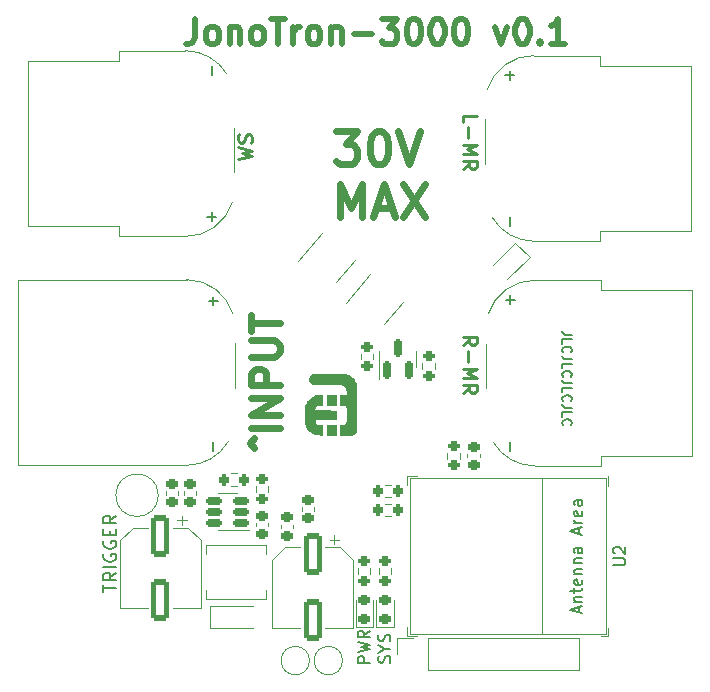
<source format=gbr>
%TF.GenerationSoftware,KiCad,Pcbnew,7.0.7*%
%TF.CreationDate,2023-09-08T10:51:00+10:00*%
%TF.ProjectId,JonoBro,4a6f6e6f-4272-46f2-9e6b-696361645f70,rev?*%
%TF.SameCoordinates,Original*%
%TF.FileFunction,Legend,Top*%
%TF.FilePolarity,Positive*%
%FSLAX46Y46*%
G04 Gerber Fmt 4.6, Leading zero omitted, Abs format (unit mm)*
G04 Created by KiCad (PCBNEW 7.0.7) date 2023-09-08 10:51:00*
%MOMM*%
%LPD*%
G01*
G04 APERTURE LIST*
G04 Aperture macros list*
%AMRoundRect*
0 Rectangle with rounded corners*
0 $1 Rounding radius*
0 $2 $3 $4 $5 $6 $7 $8 $9 X,Y pos of 4 corners*
0 Add a 4 corners polygon primitive as box body*
4,1,4,$2,$3,$4,$5,$6,$7,$8,$9,$2,$3,0*
0 Add four circle primitives for the rounded corners*
1,1,$1+$1,$2,$3*
1,1,$1+$1,$4,$5*
1,1,$1+$1,$6,$7*
1,1,$1+$1,$8,$9*
0 Add four rect primitives between the rounded corners*
20,1,$1+$1,$2,$3,$4,$5,0*
20,1,$1+$1,$4,$5,$6,$7,0*
20,1,$1+$1,$6,$7,$8,$9,0*
20,1,$1+$1,$8,$9,$2,$3,0*%
%AMRotRect*
0 Rectangle, with rotation*
0 The origin of the aperture is its center*
0 $1 length*
0 $2 width*
0 $3 Rotation angle, in degrees counterclockwise*
0 Add horizontal line*
21,1,$1,$2,0,0,$3*%
%AMFreePoly0*
4,1,17,1.371000,0.720000,0.950000,0.720000,0.950000,0.580000,1.370000,0.580000,1.370000,0.080000,0.950000,0.080000,0.950000,-0.080000,1.370000,-0.080000,1.370000,-0.580000,0.950000,-0.580000,0.950000,-0.720000,1.370000,-0.720000,1.370000,-1.225000,-0.950000,-1.225000,-0.950000,1.225001,1.371000,1.225000,1.371000,0.720000,1.371000,0.720000,$1*%
%AMFreePoly1*
4,1,6,0.725000,-0.725000,-0.725000,-0.725000,-0.725000,0.125000,-0.125000,0.725000,0.725000,0.725000,0.725000,-0.725000,0.725000,-0.725000,$1*%
G04 Aperture macros list end*
%ADD10C,0.150000*%
%ADD11C,0.250000*%
%ADD12C,0.525000*%
%ADD13C,0.600000*%
%ADD14C,0.165000*%
%ADD15C,0.120000*%
%ADD16C,1.500000*%
%ADD17RoundRect,0.200000X0.275000X-0.200000X0.275000X0.200000X-0.275000X0.200000X-0.275000X-0.200000X0*%
%ADD18RoundRect,0.225000X0.250000X-0.225000X0.250000X0.225000X-0.250000X0.225000X-0.250000X-0.225000X0*%
%ADD19C,2.500000*%
%ADD20RoundRect,0.218750X0.256250X-0.218750X0.256250X0.218750X-0.256250X0.218750X-0.256250X-0.218750X0*%
%ADD21R,1.700000X1.700000*%
%ADD22O,1.700000X1.700000*%
%ADD23RoundRect,0.200000X-0.275000X0.200000X-0.275000X-0.200000X0.275000X-0.200000X0.275000X0.200000X0*%
%ADD24RoundRect,0.200000X-0.200000X-0.275000X0.200000X-0.275000X0.200000X0.275000X-0.200000X0.275000X0*%
%ADD25RoundRect,0.250000X-0.550000X1.500000X-0.550000X-1.500000X0.550000X-1.500000X0.550000X1.500000X0*%
%ADD26C,2.800000*%
%ADD27R,1.200000X1.200000*%
%ADD28R,2.000000X0.900000*%
%ADD29R,4.100000X4.100000*%
%ADD30C,4.100000*%
%ADD31RotRect,0.630000X0.500000X50.000000*%
%ADD32FreePoly0,50.000000*%
%ADD33RoundRect,0.112500X0.053033X0.212132X-0.212132X-0.053033X-0.053033X-0.212132X0.212132X0.053033X0*%
%ADD34R,0.700000X0.700000*%
%ADD35R,1.450000X1.450000*%
%ADD36FreePoly1,270.000000*%
%ADD37R,0.800000X0.400000*%
%ADD38R,0.400000X0.800000*%
%ADD39RoundRect,0.200000X0.200000X0.275000X-0.200000X0.275000X-0.200000X-0.275000X0.200000X-0.275000X0*%
%ADD40RoundRect,0.225000X-0.250000X0.225000X-0.250000X-0.225000X0.250000X-0.225000X0.250000X0.225000X0*%
%ADD41RoundRect,0.150000X0.150000X-0.587500X0.150000X0.587500X-0.150000X0.587500X-0.150000X-0.587500X0*%
%ADD42RoundRect,0.150000X0.512500X0.150000X-0.512500X0.150000X-0.512500X-0.150000X0.512500X-0.150000X0*%
%ADD43R,1.500000X2.500000*%
%ADD44C,2.000000*%
G04 APERTURE END LIST*
D10*
X158405704Y-91017731D02*
X157834276Y-91017731D01*
X157834276Y-91017731D02*
X157719990Y-90979636D01*
X157719990Y-90979636D02*
X157643800Y-90903445D01*
X157643800Y-90903445D02*
X157605704Y-90789160D01*
X157605704Y-90789160D02*
X157605704Y-90712969D01*
X157605704Y-91779636D02*
X157605704Y-91398684D01*
X157605704Y-91398684D02*
X158405704Y-91398684D01*
X157681895Y-92503446D02*
X157643800Y-92465350D01*
X157643800Y-92465350D02*
X157605704Y-92351065D01*
X157605704Y-92351065D02*
X157605704Y-92274874D01*
X157605704Y-92274874D02*
X157643800Y-92160588D01*
X157643800Y-92160588D02*
X157719990Y-92084398D01*
X157719990Y-92084398D02*
X157796180Y-92046303D01*
X157796180Y-92046303D02*
X157948561Y-92008207D01*
X157948561Y-92008207D02*
X158062847Y-92008207D01*
X158062847Y-92008207D02*
X158215228Y-92046303D01*
X158215228Y-92046303D02*
X158291419Y-92084398D01*
X158291419Y-92084398D02*
X158367609Y-92160588D01*
X158367609Y-92160588D02*
X158405704Y-92274874D01*
X158405704Y-92274874D02*
X158405704Y-92351065D01*
X158405704Y-92351065D02*
X158367609Y-92465350D01*
X158367609Y-92465350D02*
X158329514Y-92503446D01*
X158405704Y-93074874D02*
X157834276Y-93074874D01*
X157834276Y-93074874D02*
X157719990Y-93036779D01*
X157719990Y-93036779D02*
X157643800Y-92960588D01*
X157643800Y-92960588D02*
X157605704Y-92846303D01*
X157605704Y-92846303D02*
X157605704Y-92770112D01*
X157605704Y-93836779D02*
X157605704Y-93455827D01*
X157605704Y-93455827D02*
X158405704Y-93455827D01*
X157681895Y-94560589D02*
X157643800Y-94522493D01*
X157643800Y-94522493D02*
X157605704Y-94408208D01*
X157605704Y-94408208D02*
X157605704Y-94332017D01*
X157605704Y-94332017D02*
X157643800Y-94217731D01*
X157643800Y-94217731D02*
X157719990Y-94141541D01*
X157719990Y-94141541D02*
X157796180Y-94103446D01*
X157796180Y-94103446D02*
X157948561Y-94065350D01*
X157948561Y-94065350D02*
X158062847Y-94065350D01*
X158062847Y-94065350D02*
X158215228Y-94103446D01*
X158215228Y-94103446D02*
X158291419Y-94141541D01*
X158291419Y-94141541D02*
X158367609Y-94217731D01*
X158367609Y-94217731D02*
X158405704Y-94332017D01*
X158405704Y-94332017D02*
X158405704Y-94408208D01*
X158405704Y-94408208D02*
X158367609Y-94522493D01*
X158367609Y-94522493D02*
X158329514Y-94560589D01*
X158405704Y-95132017D02*
X157834276Y-95132017D01*
X157834276Y-95132017D02*
X157719990Y-95093922D01*
X157719990Y-95093922D02*
X157643800Y-95017731D01*
X157643800Y-95017731D02*
X157605704Y-94903446D01*
X157605704Y-94903446D02*
X157605704Y-94827255D01*
X157605704Y-95893922D02*
X157605704Y-95512970D01*
X157605704Y-95512970D02*
X158405704Y-95512970D01*
X157681895Y-96617732D02*
X157643800Y-96579636D01*
X157643800Y-96579636D02*
X157605704Y-96465351D01*
X157605704Y-96465351D02*
X157605704Y-96389160D01*
X157605704Y-96389160D02*
X157643800Y-96274874D01*
X157643800Y-96274874D02*
X157719990Y-96198684D01*
X157719990Y-96198684D02*
X157796180Y-96160589D01*
X157796180Y-96160589D02*
X157948561Y-96122493D01*
X157948561Y-96122493D02*
X158062847Y-96122493D01*
X158062847Y-96122493D02*
X158215228Y-96160589D01*
X158215228Y-96160589D02*
X158291419Y-96198684D01*
X158291419Y-96198684D02*
X158367609Y-96274874D01*
X158367609Y-96274874D02*
X158405704Y-96389160D01*
X158405704Y-96389160D02*
X158405704Y-96465351D01*
X158405704Y-96465351D02*
X158367609Y-96579636D01*
X158367609Y-96579636D02*
X158329514Y-96617732D01*
X158405704Y-97189160D02*
X157834276Y-97189160D01*
X157834276Y-97189160D02*
X157719990Y-97151065D01*
X157719990Y-97151065D02*
X157643800Y-97074874D01*
X157643800Y-97074874D02*
X157605704Y-96960589D01*
X157605704Y-96960589D02*
X157605704Y-96884398D01*
X157605704Y-97951065D02*
X157605704Y-97570113D01*
X157605704Y-97570113D02*
X158405704Y-97570113D01*
X157681895Y-98674875D02*
X157643800Y-98636779D01*
X157643800Y-98636779D02*
X157605704Y-98522494D01*
X157605704Y-98522494D02*
X157605704Y-98446303D01*
X157605704Y-98446303D02*
X157643800Y-98332017D01*
X157643800Y-98332017D02*
X157719990Y-98255827D01*
X157719990Y-98255827D02*
X157796180Y-98217732D01*
X157796180Y-98217732D02*
X157948561Y-98179636D01*
X157948561Y-98179636D02*
X158062847Y-98179636D01*
X158062847Y-98179636D02*
X158215228Y-98217732D01*
X158215228Y-98217732D02*
X158291419Y-98255827D01*
X158291419Y-98255827D02*
X158367609Y-98332017D01*
X158367609Y-98332017D02*
X158405704Y-98446303D01*
X158405704Y-98446303D02*
X158405704Y-98522494D01*
X158405704Y-98522494D02*
X158367609Y-98636779D01*
X158367609Y-98636779D02*
X158329514Y-98674875D01*
D11*
X130140142Y-76164098D02*
X131340142Y-75878384D01*
X131340142Y-75878384D02*
X130483000Y-75649812D01*
X130483000Y-75649812D02*
X131340142Y-75421241D01*
X131340142Y-75421241D02*
X130140142Y-75135527D01*
X131283000Y-74735526D02*
X131340142Y-74564098D01*
X131340142Y-74564098D02*
X131340142Y-74278383D01*
X131340142Y-74278383D02*
X131283000Y-74164098D01*
X131283000Y-74164098D02*
X131225857Y-74106955D01*
X131225857Y-74106955D02*
X131111571Y-74049812D01*
X131111571Y-74049812D02*
X130997285Y-74049812D01*
X130997285Y-74049812D02*
X130883000Y-74106955D01*
X130883000Y-74106955D02*
X130825857Y-74164098D01*
X130825857Y-74164098D02*
X130768714Y-74278383D01*
X130768714Y-74278383D02*
X130711571Y-74506955D01*
X130711571Y-74506955D02*
X130654428Y-74621240D01*
X130654428Y-74621240D02*
X130597285Y-74678383D01*
X130597285Y-74678383D02*
X130483000Y-74735526D01*
X130483000Y-74735526D02*
X130368714Y-74735526D01*
X130368714Y-74735526D02*
X130254428Y-74678383D01*
X130254428Y-74678383D02*
X130197285Y-74621240D01*
X130197285Y-74621240D02*
X130140142Y-74506955D01*
X130140142Y-74506955D02*
X130140142Y-74221240D01*
X130140142Y-74221240D02*
X130197285Y-74049812D01*
D12*
X126533747Y-64274122D02*
X126533747Y-65774122D01*
X126533747Y-65774122D02*
X126433747Y-66074122D01*
X126433747Y-66074122D02*
X126233747Y-66274122D01*
X126233747Y-66274122D02*
X125933747Y-66374122D01*
X125933747Y-66374122D02*
X125733747Y-66374122D01*
X127833747Y-66374122D02*
X127633747Y-66274122D01*
X127633747Y-66274122D02*
X127533747Y-66174122D01*
X127533747Y-66174122D02*
X127433747Y-65974122D01*
X127433747Y-65974122D02*
X127433747Y-65374122D01*
X127433747Y-65374122D02*
X127533747Y-65174122D01*
X127533747Y-65174122D02*
X127633747Y-65074122D01*
X127633747Y-65074122D02*
X127833747Y-64974122D01*
X127833747Y-64974122D02*
X128133747Y-64974122D01*
X128133747Y-64974122D02*
X128333747Y-65074122D01*
X128333747Y-65074122D02*
X128433747Y-65174122D01*
X128433747Y-65174122D02*
X128533747Y-65374122D01*
X128533747Y-65374122D02*
X128533747Y-65974122D01*
X128533747Y-65974122D02*
X128433747Y-66174122D01*
X128433747Y-66174122D02*
X128333747Y-66274122D01*
X128333747Y-66274122D02*
X128133747Y-66374122D01*
X128133747Y-66374122D02*
X127833747Y-66374122D01*
X129433747Y-64974122D02*
X129433747Y-66374122D01*
X129433747Y-65174122D02*
X129533747Y-65074122D01*
X129533747Y-65074122D02*
X129733747Y-64974122D01*
X129733747Y-64974122D02*
X130033747Y-64974122D01*
X130033747Y-64974122D02*
X130233747Y-65074122D01*
X130233747Y-65074122D02*
X130333747Y-65274122D01*
X130333747Y-65274122D02*
X130333747Y-66374122D01*
X131633747Y-66374122D02*
X131433747Y-66274122D01*
X131433747Y-66274122D02*
X131333747Y-66174122D01*
X131333747Y-66174122D02*
X131233747Y-65974122D01*
X131233747Y-65974122D02*
X131233747Y-65374122D01*
X131233747Y-65374122D02*
X131333747Y-65174122D01*
X131333747Y-65174122D02*
X131433747Y-65074122D01*
X131433747Y-65074122D02*
X131633747Y-64974122D01*
X131633747Y-64974122D02*
X131933747Y-64974122D01*
X131933747Y-64974122D02*
X132133747Y-65074122D01*
X132133747Y-65074122D02*
X132233747Y-65174122D01*
X132233747Y-65174122D02*
X132333747Y-65374122D01*
X132333747Y-65374122D02*
X132333747Y-65974122D01*
X132333747Y-65974122D02*
X132233747Y-66174122D01*
X132233747Y-66174122D02*
X132133747Y-66274122D01*
X132133747Y-66274122D02*
X131933747Y-66374122D01*
X131933747Y-66374122D02*
X131633747Y-66374122D01*
X132933747Y-64274122D02*
X134133747Y-64274122D01*
X133533747Y-66374122D02*
X133533747Y-64274122D01*
X134833747Y-66374122D02*
X134833747Y-64974122D01*
X134833747Y-65374122D02*
X134933747Y-65174122D01*
X134933747Y-65174122D02*
X135033747Y-65074122D01*
X135033747Y-65074122D02*
X135233747Y-64974122D01*
X135233747Y-64974122D02*
X135433747Y-64974122D01*
X136433747Y-66374122D02*
X136233747Y-66274122D01*
X136233747Y-66274122D02*
X136133747Y-66174122D01*
X136133747Y-66174122D02*
X136033747Y-65974122D01*
X136033747Y-65974122D02*
X136033747Y-65374122D01*
X136033747Y-65374122D02*
X136133747Y-65174122D01*
X136133747Y-65174122D02*
X136233747Y-65074122D01*
X136233747Y-65074122D02*
X136433747Y-64974122D01*
X136433747Y-64974122D02*
X136733747Y-64974122D01*
X136733747Y-64974122D02*
X136933747Y-65074122D01*
X136933747Y-65074122D02*
X137033747Y-65174122D01*
X137033747Y-65174122D02*
X137133747Y-65374122D01*
X137133747Y-65374122D02*
X137133747Y-65974122D01*
X137133747Y-65974122D02*
X137033747Y-66174122D01*
X137033747Y-66174122D02*
X136933747Y-66274122D01*
X136933747Y-66274122D02*
X136733747Y-66374122D01*
X136733747Y-66374122D02*
X136433747Y-66374122D01*
X138033747Y-64974122D02*
X138033747Y-66374122D01*
X138033747Y-65174122D02*
X138133747Y-65074122D01*
X138133747Y-65074122D02*
X138333747Y-64974122D01*
X138333747Y-64974122D02*
X138633747Y-64974122D01*
X138633747Y-64974122D02*
X138833747Y-65074122D01*
X138833747Y-65074122D02*
X138933747Y-65274122D01*
X138933747Y-65274122D02*
X138933747Y-66374122D01*
X139933747Y-65574122D02*
X141533747Y-65574122D01*
X142333747Y-64274122D02*
X143633747Y-64274122D01*
X143633747Y-64274122D02*
X142933747Y-65074122D01*
X142933747Y-65074122D02*
X143233747Y-65074122D01*
X143233747Y-65074122D02*
X143433747Y-65174122D01*
X143433747Y-65174122D02*
X143533747Y-65274122D01*
X143533747Y-65274122D02*
X143633747Y-65474122D01*
X143633747Y-65474122D02*
X143633747Y-65974122D01*
X143633747Y-65974122D02*
X143533747Y-66174122D01*
X143533747Y-66174122D02*
X143433747Y-66274122D01*
X143433747Y-66274122D02*
X143233747Y-66374122D01*
X143233747Y-66374122D02*
X142633747Y-66374122D01*
X142633747Y-66374122D02*
X142433747Y-66274122D01*
X142433747Y-66274122D02*
X142333747Y-66174122D01*
X144933747Y-64274122D02*
X145133747Y-64274122D01*
X145133747Y-64274122D02*
X145333747Y-64374122D01*
X145333747Y-64374122D02*
X145433747Y-64474122D01*
X145433747Y-64474122D02*
X145533747Y-64674122D01*
X145533747Y-64674122D02*
X145633747Y-65074122D01*
X145633747Y-65074122D02*
X145633747Y-65574122D01*
X145633747Y-65574122D02*
X145533747Y-65974122D01*
X145533747Y-65974122D02*
X145433747Y-66174122D01*
X145433747Y-66174122D02*
X145333747Y-66274122D01*
X145333747Y-66274122D02*
X145133747Y-66374122D01*
X145133747Y-66374122D02*
X144933747Y-66374122D01*
X144933747Y-66374122D02*
X144733747Y-66274122D01*
X144733747Y-66274122D02*
X144633747Y-66174122D01*
X144633747Y-66174122D02*
X144533747Y-65974122D01*
X144533747Y-65974122D02*
X144433747Y-65574122D01*
X144433747Y-65574122D02*
X144433747Y-65074122D01*
X144433747Y-65074122D02*
X144533747Y-64674122D01*
X144533747Y-64674122D02*
X144633747Y-64474122D01*
X144633747Y-64474122D02*
X144733747Y-64374122D01*
X144733747Y-64374122D02*
X144933747Y-64274122D01*
X146933747Y-64274122D02*
X147133747Y-64274122D01*
X147133747Y-64274122D02*
X147333747Y-64374122D01*
X147333747Y-64374122D02*
X147433747Y-64474122D01*
X147433747Y-64474122D02*
X147533747Y-64674122D01*
X147533747Y-64674122D02*
X147633747Y-65074122D01*
X147633747Y-65074122D02*
X147633747Y-65574122D01*
X147633747Y-65574122D02*
X147533747Y-65974122D01*
X147533747Y-65974122D02*
X147433747Y-66174122D01*
X147433747Y-66174122D02*
X147333747Y-66274122D01*
X147333747Y-66274122D02*
X147133747Y-66374122D01*
X147133747Y-66374122D02*
X146933747Y-66374122D01*
X146933747Y-66374122D02*
X146733747Y-66274122D01*
X146733747Y-66274122D02*
X146633747Y-66174122D01*
X146633747Y-66174122D02*
X146533747Y-65974122D01*
X146533747Y-65974122D02*
X146433747Y-65574122D01*
X146433747Y-65574122D02*
X146433747Y-65074122D01*
X146433747Y-65074122D02*
X146533747Y-64674122D01*
X146533747Y-64674122D02*
X146633747Y-64474122D01*
X146633747Y-64474122D02*
X146733747Y-64374122D01*
X146733747Y-64374122D02*
X146933747Y-64274122D01*
X148933747Y-64274122D02*
X149133747Y-64274122D01*
X149133747Y-64274122D02*
X149333747Y-64374122D01*
X149333747Y-64374122D02*
X149433747Y-64474122D01*
X149433747Y-64474122D02*
X149533747Y-64674122D01*
X149533747Y-64674122D02*
X149633747Y-65074122D01*
X149633747Y-65074122D02*
X149633747Y-65574122D01*
X149633747Y-65574122D02*
X149533747Y-65974122D01*
X149533747Y-65974122D02*
X149433747Y-66174122D01*
X149433747Y-66174122D02*
X149333747Y-66274122D01*
X149333747Y-66274122D02*
X149133747Y-66374122D01*
X149133747Y-66374122D02*
X148933747Y-66374122D01*
X148933747Y-66374122D02*
X148733747Y-66274122D01*
X148733747Y-66274122D02*
X148633747Y-66174122D01*
X148633747Y-66174122D02*
X148533747Y-65974122D01*
X148533747Y-65974122D02*
X148433747Y-65574122D01*
X148433747Y-65574122D02*
X148433747Y-65074122D01*
X148433747Y-65074122D02*
X148533747Y-64674122D01*
X148533747Y-64674122D02*
X148633747Y-64474122D01*
X148633747Y-64474122D02*
X148733747Y-64374122D01*
X148733747Y-64374122D02*
X148933747Y-64274122D01*
X151933747Y-64974122D02*
X152433747Y-66374122D01*
X152433747Y-66374122D02*
X152933747Y-64974122D01*
X154133747Y-64274122D02*
X154333747Y-64274122D01*
X154333747Y-64274122D02*
X154533747Y-64374122D01*
X154533747Y-64374122D02*
X154633747Y-64474122D01*
X154633747Y-64474122D02*
X154733747Y-64674122D01*
X154733747Y-64674122D02*
X154833747Y-65074122D01*
X154833747Y-65074122D02*
X154833747Y-65574122D01*
X154833747Y-65574122D02*
X154733747Y-65974122D01*
X154733747Y-65974122D02*
X154633747Y-66174122D01*
X154633747Y-66174122D02*
X154533747Y-66274122D01*
X154533747Y-66274122D02*
X154333747Y-66374122D01*
X154333747Y-66374122D02*
X154133747Y-66374122D01*
X154133747Y-66374122D02*
X153933747Y-66274122D01*
X153933747Y-66274122D02*
X153833747Y-66174122D01*
X153833747Y-66174122D02*
X153733747Y-65974122D01*
X153733747Y-65974122D02*
X153633747Y-65574122D01*
X153633747Y-65574122D02*
X153633747Y-65074122D01*
X153633747Y-65074122D02*
X153733747Y-64674122D01*
X153733747Y-64674122D02*
X153833747Y-64474122D01*
X153833747Y-64474122D02*
X153933747Y-64374122D01*
X153933747Y-64374122D02*
X154133747Y-64274122D01*
X155733747Y-66174122D02*
X155833747Y-66274122D01*
X155833747Y-66274122D02*
X155733747Y-66374122D01*
X155733747Y-66374122D02*
X155633747Y-66274122D01*
X155633747Y-66274122D02*
X155733747Y-66174122D01*
X155733747Y-66174122D02*
X155733747Y-66374122D01*
X157833747Y-66374122D02*
X156633747Y-66374122D01*
X157233747Y-66374122D02*
X157233747Y-64274122D01*
X157233747Y-64274122D02*
X157033747Y-64574122D01*
X157033747Y-64574122D02*
X156833747Y-64774122D01*
X156833747Y-64774122D02*
X156633747Y-64874122D01*
D10*
X141283987Y-118784299D02*
X140283987Y-118784299D01*
X140283987Y-118784299D02*
X140283987Y-118403347D01*
X140283987Y-118403347D02*
X140331606Y-118308109D01*
X140331606Y-118308109D02*
X140379225Y-118260490D01*
X140379225Y-118260490D02*
X140474463Y-118212871D01*
X140474463Y-118212871D02*
X140617320Y-118212871D01*
X140617320Y-118212871D02*
X140712558Y-118260490D01*
X140712558Y-118260490D02*
X140760177Y-118308109D01*
X140760177Y-118308109D02*
X140807796Y-118403347D01*
X140807796Y-118403347D02*
X140807796Y-118784299D01*
X140283987Y-117879537D02*
X141283987Y-117641442D01*
X141283987Y-117641442D02*
X140569701Y-117450966D01*
X140569701Y-117450966D02*
X141283987Y-117260490D01*
X141283987Y-117260490D02*
X140283987Y-117022395D01*
X141283987Y-116070014D02*
X140807796Y-116403347D01*
X141283987Y-116641442D02*
X140283987Y-116641442D01*
X140283987Y-116641442D02*
X140283987Y-116260490D01*
X140283987Y-116260490D02*
X140331606Y-116165252D01*
X140331606Y-116165252D02*
X140379225Y-116117633D01*
X140379225Y-116117633D02*
X140474463Y-116070014D01*
X140474463Y-116070014D02*
X140617320Y-116070014D01*
X140617320Y-116070014D02*
X140712558Y-116117633D01*
X140712558Y-116117633D02*
X140760177Y-116165252D01*
X140760177Y-116165252D02*
X140807796Y-116260490D01*
X140807796Y-116260490D02*
X140807796Y-116641442D01*
D11*
X149159857Y-73021615D02*
X149159857Y-72450187D01*
X149159857Y-72450187D02*
X150359857Y-72450187D01*
X149617000Y-73421616D02*
X149617000Y-74335902D01*
X149159857Y-74907330D02*
X150359857Y-74907330D01*
X150359857Y-74907330D02*
X149502714Y-75307330D01*
X149502714Y-75307330D02*
X150359857Y-75707330D01*
X150359857Y-75707330D02*
X149159857Y-75707330D01*
X149159857Y-76964473D02*
X149731285Y-76564473D01*
X149159857Y-76278759D02*
X150359857Y-76278759D01*
X150359857Y-76278759D02*
X150359857Y-76735902D01*
X150359857Y-76735902D02*
X150302714Y-76850187D01*
X150302714Y-76850187D02*
X150245571Y-76907330D01*
X150245571Y-76907330D02*
X150131285Y-76964473D01*
X150131285Y-76964473D02*
X149959857Y-76964473D01*
X149959857Y-76964473D02*
X149845571Y-76907330D01*
X149845571Y-76907330D02*
X149788428Y-76850187D01*
X149788428Y-76850187D02*
X149731285Y-76735902D01*
X149731285Y-76735902D02*
X149731285Y-76278759D01*
D13*
X138483089Y-73771864D02*
X140216422Y-73771864D01*
X140216422Y-73771864D02*
X139283089Y-74838531D01*
X139283089Y-74838531D02*
X139683089Y-74838531D01*
X139683089Y-74838531D02*
X139949755Y-74971864D01*
X139949755Y-74971864D02*
X140083089Y-75105197D01*
X140083089Y-75105197D02*
X140216422Y-75371864D01*
X140216422Y-75371864D02*
X140216422Y-76038531D01*
X140216422Y-76038531D02*
X140083089Y-76305197D01*
X140083089Y-76305197D02*
X139949755Y-76438531D01*
X139949755Y-76438531D02*
X139683089Y-76571864D01*
X139683089Y-76571864D02*
X138883089Y-76571864D01*
X138883089Y-76571864D02*
X138616422Y-76438531D01*
X138616422Y-76438531D02*
X138483089Y-76305197D01*
X141949756Y-73771864D02*
X142216422Y-73771864D01*
X142216422Y-73771864D02*
X142483089Y-73905197D01*
X142483089Y-73905197D02*
X142616422Y-74038531D01*
X142616422Y-74038531D02*
X142749756Y-74305197D01*
X142749756Y-74305197D02*
X142883089Y-74838531D01*
X142883089Y-74838531D02*
X142883089Y-75505197D01*
X142883089Y-75505197D02*
X142749756Y-76038531D01*
X142749756Y-76038531D02*
X142616422Y-76305197D01*
X142616422Y-76305197D02*
X142483089Y-76438531D01*
X142483089Y-76438531D02*
X142216422Y-76571864D01*
X142216422Y-76571864D02*
X141949756Y-76571864D01*
X141949756Y-76571864D02*
X141683089Y-76438531D01*
X141683089Y-76438531D02*
X141549756Y-76305197D01*
X141549756Y-76305197D02*
X141416422Y-76038531D01*
X141416422Y-76038531D02*
X141283089Y-75505197D01*
X141283089Y-75505197D02*
X141283089Y-74838531D01*
X141283089Y-74838531D02*
X141416422Y-74305197D01*
X141416422Y-74305197D02*
X141549756Y-74038531D01*
X141549756Y-74038531D02*
X141683089Y-73905197D01*
X141683089Y-73905197D02*
X141949756Y-73771864D01*
X143683089Y-73771864D02*
X144616423Y-76571864D01*
X144616423Y-76571864D02*
X145549756Y-73771864D01*
X138749755Y-81079864D02*
X138749755Y-78279864D01*
X138749755Y-78279864D02*
X139683089Y-80279864D01*
X139683089Y-80279864D02*
X140616422Y-78279864D01*
X140616422Y-78279864D02*
X140616422Y-81079864D01*
X141816422Y-80279864D02*
X143149755Y-80279864D01*
X141549755Y-81079864D02*
X142483089Y-78279864D01*
X142483089Y-78279864D02*
X143416422Y-81079864D01*
X144083089Y-78279864D02*
X145949755Y-81079864D01*
X145949755Y-78279864D02*
X144083089Y-81079864D01*
X131503657Y-100630423D02*
X131160800Y-100173280D01*
X131160800Y-100173280D02*
X131503657Y-99716137D01*
X133675085Y-98916137D02*
X131275085Y-98916137D01*
X133675085Y-97773280D02*
X131275085Y-97773280D01*
X131275085Y-97773280D02*
X133675085Y-96401851D01*
X133675085Y-96401851D02*
X131275085Y-96401851D01*
X133675085Y-95258994D02*
X131275085Y-95258994D01*
X131275085Y-95258994D02*
X131275085Y-94344708D01*
X131275085Y-94344708D02*
X131389371Y-94116137D01*
X131389371Y-94116137D02*
X131503657Y-94001851D01*
X131503657Y-94001851D02*
X131732228Y-93887565D01*
X131732228Y-93887565D02*
X132075085Y-93887565D01*
X132075085Y-93887565D02*
X132303657Y-94001851D01*
X132303657Y-94001851D02*
X132417942Y-94116137D01*
X132417942Y-94116137D02*
X132532228Y-94344708D01*
X132532228Y-94344708D02*
X132532228Y-95258994D01*
X131275085Y-92858994D02*
X133217942Y-92858994D01*
X133217942Y-92858994D02*
X133446514Y-92744708D01*
X133446514Y-92744708D02*
X133560800Y-92630423D01*
X133560800Y-92630423D02*
X133675085Y-92401851D01*
X133675085Y-92401851D02*
X133675085Y-91944708D01*
X133675085Y-91944708D02*
X133560800Y-91716137D01*
X133560800Y-91716137D02*
X133446514Y-91601851D01*
X133446514Y-91601851D02*
X133217942Y-91487565D01*
X133217942Y-91487565D02*
X131275085Y-91487565D01*
X131275085Y-90687565D02*
X131275085Y-89316137D01*
X133675085Y-90001851D02*
X131275085Y-90001851D01*
D14*
X118756800Y-112786686D02*
X118756800Y-112158114D01*
X119856800Y-112472400D02*
X118756800Y-112472400D01*
X119856800Y-111162876D02*
X119332991Y-111529543D01*
X119856800Y-111791448D02*
X118756800Y-111791448D01*
X118756800Y-111791448D02*
X118756800Y-111372400D01*
X118756800Y-111372400D02*
X118809181Y-111267638D01*
X118809181Y-111267638D02*
X118861562Y-111215257D01*
X118861562Y-111215257D02*
X118966324Y-111162876D01*
X118966324Y-111162876D02*
X119123467Y-111162876D01*
X119123467Y-111162876D02*
X119228229Y-111215257D01*
X119228229Y-111215257D02*
X119280610Y-111267638D01*
X119280610Y-111267638D02*
X119332991Y-111372400D01*
X119332991Y-111372400D02*
X119332991Y-111791448D01*
X119856800Y-110691448D02*
X118756800Y-110691448D01*
X118809181Y-109591447D02*
X118756800Y-109696209D01*
X118756800Y-109696209D02*
X118756800Y-109853352D01*
X118756800Y-109853352D02*
X118809181Y-110010495D01*
X118809181Y-110010495D02*
X118913943Y-110115257D01*
X118913943Y-110115257D02*
X119018705Y-110167638D01*
X119018705Y-110167638D02*
X119228229Y-110220019D01*
X119228229Y-110220019D02*
X119385372Y-110220019D01*
X119385372Y-110220019D02*
X119594896Y-110167638D01*
X119594896Y-110167638D02*
X119699658Y-110115257D01*
X119699658Y-110115257D02*
X119804420Y-110010495D01*
X119804420Y-110010495D02*
X119856800Y-109853352D01*
X119856800Y-109853352D02*
X119856800Y-109748590D01*
X119856800Y-109748590D02*
X119804420Y-109591447D01*
X119804420Y-109591447D02*
X119752039Y-109539066D01*
X119752039Y-109539066D02*
X119385372Y-109539066D01*
X119385372Y-109539066D02*
X119385372Y-109748590D01*
X118809181Y-108491447D02*
X118756800Y-108596209D01*
X118756800Y-108596209D02*
X118756800Y-108753352D01*
X118756800Y-108753352D02*
X118809181Y-108910495D01*
X118809181Y-108910495D02*
X118913943Y-109015257D01*
X118913943Y-109015257D02*
X119018705Y-109067638D01*
X119018705Y-109067638D02*
X119228229Y-109120019D01*
X119228229Y-109120019D02*
X119385372Y-109120019D01*
X119385372Y-109120019D02*
X119594896Y-109067638D01*
X119594896Y-109067638D02*
X119699658Y-109015257D01*
X119699658Y-109015257D02*
X119804420Y-108910495D01*
X119804420Y-108910495D02*
X119856800Y-108753352D01*
X119856800Y-108753352D02*
X119856800Y-108648590D01*
X119856800Y-108648590D02*
X119804420Y-108491447D01*
X119804420Y-108491447D02*
X119752039Y-108439066D01*
X119752039Y-108439066D02*
X119385372Y-108439066D01*
X119385372Y-108439066D02*
X119385372Y-108648590D01*
X119280610Y-107967638D02*
X119280610Y-107600971D01*
X119856800Y-107443828D02*
X119856800Y-107967638D01*
X119856800Y-107967638D02*
X118756800Y-107967638D01*
X118756800Y-107967638D02*
X118756800Y-107443828D01*
X119856800Y-106343828D02*
X119332991Y-106710495D01*
X119856800Y-106972400D02*
X118756800Y-106972400D01*
X118756800Y-106972400D02*
X118756800Y-106553352D01*
X118756800Y-106553352D02*
X118809181Y-106448590D01*
X118809181Y-106448590D02*
X118861562Y-106396209D01*
X118861562Y-106396209D02*
X118966324Y-106343828D01*
X118966324Y-106343828D02*
X119123467Y-106343828D01*
X119123467Y-106343828D02*
X119228229Y-106396209D01*
X119228229Y-106396209D02*
X119280610Y-106448590D01*
X119280610Y-106448590D02*
X119332991Y-106553352D01*
X119332991Y-106553352D02*
X119332991Y-106972400D01*
D11*
X149159857Y-91889632D02*
X149731285Y-91489632D01*
X149159857Y-91203918D02*
X150359857Y-91203918D01*
X150359857Y-91203918D02*
X150359857Y-91661061D01*
X150359857Y-91661061D02*
X150302714Y-91775346D01*
X150302714Y-91775346D02*
X150245571Y-91832489D01*
X150245571Y-91832489D02*
X150131285Y-91889632D01*
X150131285Y-91889632D02*
X149959857Y-91889632D01*
X149959857Y-91889632D02*
X149845571Y-91832489D01*
X149845571Y-91832489D02*
X149788428Y-91775346D01*
X149788428Y-91775346D02*
X149731285Y-91661061D01*
X149731285Y-91661061D02*
X149731285Y-91203918D01*
X149617000Y-92403918D02*
X149617000Y-93318204D01*
X149159857Y-93889632D02*
X150359857Y-93889632D01*
X150359857Y-93889632D02*
X149502714Y-94289632D01*
X149502714Y-94289632D02*
X150359857Y-94689632D01*
X150359857Y-94689632D02*
X149159857Y-94689632D01*
X149159857Y-95946775D02*
X149731285Y-95546775D01*
X149159857Y-95261061D02*
X150359857Y-95261061D01*
X150359857Y-95261061D02*
X150359857Y-95718204D01*
X150359857Y-95718204D02*
X150302714Y-95832489D01*
X150302714Y-95832489D02*
X150245571Y-95889632D01*
X150245571Y-95889632D02*
X150131285Y-95946775D01*
X150131285Y-95946775D02*
X149959857Y-95946775D01*
X149959857Y-95946775D02*
X149845571Y-95889632D01*
X149845571Y-95889632D02*
X149788428Y-95832489D01*
X149788428Y-95832489D02*
X149731285Y-95718204D01*
X149731285Y-95718204D02*
X149731285Y-95261061D01*
D10*
X142991236Y-118771405D02*
X143038855Y-118628548D01*
X143038855Y-118628548D02*
X143038855Y-118390453D01*
X143038855Y-118390453D02*
X142991236Y-118295215D01*
X142991236Y-118295215D02*
X142943616Y-118247596D01*
X142943616Y-118247596D02*
X142848378Y-118199977D01*
X142848378Y-118199977D02*
X142753140Y-118199977D01*
X142753140Y-118199977D02*
X142657902Y-118247596D01*
X142657902Y-118247596D02*
X142610283Y-118295215D01*
X142610283Y-118295215D02*
X142562664Y-118390453D01*
X142562664Y-118390453D02*
X142515045Y-118580929D01*
X142515045Y-118580929D02*
X142467426Y-118676167D01*
X142467426Y-118676167D02*
X142419807Y-118723786D01*
X142419807Y-118723786D02*
X142324569Y-118771405D01*
X142324569Y-118771405D02*
X142229331Y-118771405D01*
X142229331Y-118771405D02*
X142134093Y-118723786D01*
X142134093Y-118723786D02*
X142086474Y-118676167D01*
X142086474Y-118676167D02*
X142038855Y-118580929D01*
X142038855Y-118580929D02*
X142038855Y-118342834D01*
X142038855Y-118342834D02*
X142086474Y-118199977D01*
X142562664Y-117580929D02*
X143038855Y-117580929D01*
X142038855Y-117914262D02*
X142562664Y-117580929D01*
X142562664Y-117580929D02*
X142038855Y-117247596D01*
X142991236Y-116961881D02*
X143038855Y-116819024D01*
X143038855Y-116819024D02*
X143038855Y-116580929D01*
X143038855Y-116580929D02*
X142991236Y-116485691D01*
X142991236Y-116485691D02*
X142943616Y-116438072D01*
X142943616Y-116438072D02*
X142848378Y-116390453D01*
X142848378Y-116390453D02*
X142753140Y-116390453D01*
X142753140Y-116390453D02*
X142657902Y-116438072D01*
X142657902Y-116438072D02*
X142610283Y-116485691D01*
X142610283Y-116485691D02*
X142562664Y-116580929D01*
X142562664Y-116580929D02*
X142515045Y-116771405D01*
X142515045Y-116771405D02*
X142467426Y-116866643D01*
X142467426Y-116866643D02*
X142419807Y-116914262D01*
X142419807Y-116914262D02*
X142324569Y-116961881D01*
X142324569Y-116961881D02*
X142229331Y-116961881D01*
X142229331Y-116961881D02*
X142134093Y-116914262D01*
X142134093Y-116914262D02*
X142086474Y-116866643D01*
X142086474Y-116866643D02*
X142038855Y-116771405D01*
X142038855Y-116771405D02*
X142038855Y-116533310D01*
X142038855Y-116533310D02*
X142086474Y-116390453D01*
X127923866Y-69002938D02*
X127923866Y-68241034D01*
X127923866Y-81402938D02*
X127923866Y-80641034D01*
X128304819Y-81021986D02*
X127542914Y-81021986D01*
X161937781Y-110511026D02*
X162747304Y-110511026D01*
X162747304Y-110511026D02*
X162842542Y-110463407D01*
X162842542Y-110463407D02*
X162890162Y-110415788D01*
X162890162Y-110415788D02*
X162937781Y-110320550D01*
X162937781Y-110320550D02*
X162937781Y-110130074D01*
X162937781Y-110130074D02*
X162890162Y-110034836D01*
X162890162Y-110034836D02*
X162842542Y-109987217D01*
X162842542Y-109987217D02*
X162747304Y-109939598D01*
X162747304Y-109939598D02*
X161937781Y-109939598D01*
X162033019Y-109511026D02*
X161985400Y-109463407D01*
X161985400Y-109463407D02*
X161937781Y-109368169D01*
X161937781Y-109368169D02*
X161937781Y-109130074D01*
X161937781Y-109130074D02*
X161985400Y-109034836D01*
X161985400Y-109034836D02*
X162033019Y-108987217D01*
X162033019Y-108987217D02*
X162128257Y-108939598D01*
X162128257Y-108939598D02*
X162223495Y-108939598D01*
X162223495Y-108939598D02*
X162366352Y-108987217D01*
X162366352Y-108987217D02*
X162937781Y-109558645D01*
X162937781Y-109558645D02*
X162937781Y-108939598D01*
X159002066Y-114511027D02*
X159002066Y-114034837D01*
X159287781Y-114606265D02*
X158287781Y-114272932D01*
X158287781Y-114272932D02*
X159287781Y-113939599D01*
X158621114Y-113606265D02*
X159287781Y-113606265D01*
X158716352Y-113606265D02*
X158668733Y-113558646D01*
X158668733Y-113558646D02*
X158621114Y-113463408D01*
X158621114Y-113463408D02*
X158621114Y-113320551D01*
X158621114Y-113320551D02*
X158668733Y-113225313D01*
X158668733Y-113225313D02*
X158763971Y-113177694D01*
X158763971Y-113177694D02*
X159287781Y-113177694D01*
X158621114Y-112844360D02*
X158621114Y-112463408D01*
X158287781Y-112701503D02*
X159144923Y-112701503D01*
X159144923Y-112701503D02*
X159240162Y-112653884D01*
X159240162Y-112653884D02*
X159287781Y-112558646D01*
X159287781Y-112558646D02*
X159287781Y-112463408D01*
X159240162Y-111749122D02*
X159287781Y-111844360D01*
X159287781Y-111844360D02*
X159287781Y-112034836D01*
X159287781Y-112034836D02*
X159240162Y-112130074D01*
X159240162Y-112130074D02*
X159144923Y-112177693D01*
X159144923Y-112177693D02*
X158763971Y-112177693D01*
X158763971Y-112177693D02*
X158668733Y-112130074D01*
X158668733Y-112130074D02*
X158621114Y-112034836D01*
X158621114Y-112034836D02*
X158621114Y-111844360D01*
X158621114Y-111844360D02*
X158668733Y-111749122D01*
X158668733Y-111749122D02*
X158763971Y-111701503D01*
X158763971Y-111701503D02*
X158859209Y-111701503D01*
X158859209Y-111701503D02*
X158954447Y-112177693D01*
X158621114Y-111272931D02*
X159287781Y-111272931D01*
X158716352Y-111272931D02*
X158668733Y-111225312D01*
X158668733Y-111225312D02*
X158621114Y-111130074D01*
X158621114Y-111130074D02*
X158621114Y-110987217D01*
X158621114Y-110987217D02*
X158668733Y-110891979D01*
X158668733Y-110891979D02*
X158763971Y-110844360D01*
X158763971Y-110844360D02*
X159287781Y-110844360D01*
X158621114Y-110368169D02*
X159287781Y-110368169D01*
X158716352Y-110368169D02*
X158668733Y-110320550D01*
X158668733Y-110320550D02*
X158621114Y-110225312D01*
X158621114Y-110225312D02*
X158621114Y-110082455D01*
X158621114Y-110082455D02*
X158668733Y-109987217D01*
X158668733Y-109987217D02*
X158763971Y-109939598D01*
X158763971Y-109939598D02*
X159287781Y-109939598D01*
X159287781Y-109034836D02*
X158763971Y-109034836D01*
X158763971Y-109034836D02*
X158668733Y-109082455D01*
X158668733Y-109082455D02*
X158621114Y-109177693D01*
X158621114Y-109177693D02*
X158621114Y-109368169D01*
X158621114Y-109368169D02*
X158668733Y-109463407D01*
X159240162Y-109034836D02*
X159287781Y-109130074D01*
X159287781Y-109130074D02*
X159287781Y-109368169D01*
X159287781Y-109368169D02*
X159240162Y-109463407D01*
X159240162Y-109463407D02*
X159144923Y-109511026D01*
X159144923Y-109511026D02*
X159049685Y-109511026D01*
X159049685Y-109511026D02*
X158954447Y-109463407D01*
X158954447Y-109463407D02*
X158906828Y-109368169D01*
X158906828Y-109368169D02*
X158906828Y-109130074D01*
X158906828Y-109130074D02*
X158859209Y-109034836D01*
X159002066Y-107844359D02*
X159002066Y-107368169D01*
X159287781Y-107939597D02*
X158287781Y-107606264D01*
X158287781Y-107606264D02*
X159287781Y-107272931D01*
X159287781Y-106939597D02*
X158621114Y-106939597D01*
X158811590Y-106939597D02*
X158716352Y-106891978D01*
X158716352Y-106891978D02*
X158668733Y-106844359D01*
X158668733Y-106844359D02*
X158621114Y-106749121D01*
X158621114Y-106749121D02*
X158621114Y-106653883D01*
X159240162Y-105939597D02*
X159287781Y-106034835D01*
X159287781Y-106034835D02*
X159287781Y-106225311D01*
X159287781Y-106225311D02*
X159240162Y-106320549D01*
X159240162Y-106320549D02*
X159144923Y-106368168D01*
X159144923Y-106368168D02*
X158763971Y-106368168D01*
X158763971Y-106368168D02*
X158668733Y-106320549D01*
X158668733Y-106320549D02*
X158621114Y-106225311D01*
X158621114Y-106225311D02*
X158621114Y-106034835D01*
X158621114Y-106034835D02*
X158668733Y-105939597D01*
X158668733Y-105939597D02*
X158763971Y-105891978D01*
X158763971Y-105891978D02*
X158859209Y-105891978D01*
X158859209Y-105891978D02*
X158954447Y-106368168D01*
X159287781Y-105034835D02*
X158763971Y-105034835D01*
X158763971Y-105034835D02*
X158668733Y-105082454D01*
X158668733Y-105082454D02*
X158621114Y-105177692D01*
X158621114Y-105177692D02*
X158621114Y-105368168D01*
X158621114Y-105368168D02*
X158668733Y-105463406D01*
X159240162Y-105034835D02*
X159287781Y-105130073D01*
X159287781Y-105130073D02*
X159287781Y-105368168D01*
X159287781Y-105368168D02*
X159240162Y-105463406D01*
X159240162Y-105463406D02*
X159144923Y-105511025D01*
X159144923Y-105511025D02*
X159049685Y-105511025D01*
X159049685Y-105511025D02*
X158954447Y-105463406D01*
X158954447Y-105463406D02*
X158906828Y-105368168D01*
X158906828Y-105368168D02*
X158906828Y-105130073D01*
X158906828Y-105130073D02*
X158859209Y-105034835D01*
X153212219Y-100834682D02*
X153212219Y-100072778D01*
X153212219Y-88434682D02*
X153212219Y-87672778D01*
X153593172Y-88053730D02*
X152831267Y-88053730D01*
X128054346Y-88541651D02*
X128054346Y-87779747D01*
X128435299Y-88160699D02*
X127673394Y-88160699D01*
X128054346Y-100814931D02*
X128054346Y-100053027D01*
X153136440Y-69409968D02*
X153136440Y-68648064D01*
X153517393Y-69029016D02*
X152755488Y-69029016D01*
X153136440Y-81809968D02*
X153136440Y-81048064D01*
%TO.C,G\u002A\u002A\u002A*%
G36*
X137342639Y-97010776D02*
G01*
X137139843Y-97010776D01*
X137050467Y-97011570D01*
X136979503Y-97014332D01*
X136923858Y-97019626D01*
X136880437Y-97028020D01*
X136846146Y-97040079D01*
X136817889Y-97056371D01*
X136796726Y-97073583D01*
X136760458Y-97113091D01*
X136735210Y-97157243D01*
X136719187Y-97210864D01*
X136710595Y-97278779D01*
X136708888Y-97309759D01*
X136704391Y-97420155D01*
X137597359Y-97422911D01*
X138490326Y-97425668D01*
X138490326Y-98223122D01*
X137601273Y-98228510D01*
X136712219Y-98233899D01*
X136712390Y-98341663D01*
X136713039Y-98393112D01*
X136715578Y-98429354D01*
X136721185Y-98456723D01*
X136731039Y-98481554D01*
X136742473Y-98503309D01*
X136786441Y-98561839D01*
X136843316Y-98603570D01*
X136911292Y-98627181D01*
X136912260Y-98627366D01*
X136942009Y-98630940D01*
X136988317Y-98634003D01*
X137046193Y-98636337D01*
X137110645Y-98637724D01*
X137155522Y-98638014D01*
X137342639Y-98638014D01*
X137342639Y-99095375D01*
X137342455Y-99192468D01*
X137341928Y-99282689D01*
X137341098Y-99363804D01*
X137340005Y-99433574D01*
X137338687Y-99489762D01*
X137337184Y-99530131D01*
X137335535Y-99552444D01*
X137334556Y-99556222D01*
X137321579Y-99556998D01*
X137290833Y-99556922D01*
X137246084Y-99556061D01*
X137191097Y-99554479D01*
X137148663Y-99552983D01*
X136976139Y-99539442D01*
X136818157Y-99511733D01*
X136672097Y-99468729D01*
X136535344Y-99409306D01*
X136405279Y-99332336D01*
X136279286Y-99236695D01*
X136162148Y-99128685D01*
X136087083Y-99050114D01*
X136026433Y-98977833D01*
X135976373Y-98906648D01*
X135933080Y-98831364D01*
X135911978Y-98788884D01*
X135886785Y-98733521D01*
X135866650Y-98682837D01*
X135849809Y-98631084D01*
X135834498Y-98572517D01*
X135818954Y-98501386D01*
X135810028Y-98456676D01*
X135804453Y-98427372D01*
X135799791Y-98399994D01*
X135795960Y-98372343D01*
X135792878Y-98342222D01*
X135790464Y-98307431D01*
X135788637Y-98265772D01*
X135787316Y-98215048D01*
X135786419Y-98153060D01*
X135785866Y-98077609D01*
X135785573Y-97986497D01*
X135785462Y-97877527D01*
X135785447Y-97792066D01*
X135785447Y-97253245D01*
X135816141Y-97119577D01*
X135852102Y-96987830D01*
X135897089Y-96871103D01*
X135953985Y-96763758D01*
X136025673Y-96660156D01*
X136091820Y-96580456D01*
X136209867Y-96459921D01*
X136335586Y-96357314D01*
X136470335Y-96272030D01*
X136615469Y-96203466D01*
X136772347Y-96151017D01*
X136942325Y-96114079D01*
X137126761Y-96092049D01*
X137199310Y-96087537D01*
X137342639Y-96080663D01*
X137342639Y-97010776D01*
G37*
G36*
X138493136Y-99098580D02*
G01*
X138490326Y-99559397D01*
X138079778Y-99562489D01*
X137970308Y-99563171D01*
X137880624Y-99563383D01*
X137808963Y-99563078D01*
X137753561Y-99562211D01*
X137712655Y-99560738D01*
X137684483Y-99558613D01*
X137667281Y-99555790D01*
X137659287Y-99552226D01*
X137658837Y-99551712D01*
X137656268Y-99537543D01*
X137654041Y-99503307D01*
X137652186Y-99450488D01*
X137650735Y-99380570D01*
X137649719Y-99295036D01*
X137649169Y-99195371D01*
X137649105Y-99090623D01*
X137649766Y-98643402D01*
X138495946Y-98637764D01*
X138493136Y-99098580D01*
G37*
G36*
X137371450Y-94317924D02*
G01*
X137530170Y-94318284D01*
X137707974Y-94318800D01*
X137906057Y-94319437D01*
X137919598Y-94319482D01*
X139201570Y-94323712D01*
X139325498Y-94351146D01*
X139456542Y-94386151D01*
X139572798Y-94430799D01*
X139679858Y-94487714D01*
X139783313Y-94559524D01*
X139804037Y-94575883D01*
X139916396Y-94677164D01*
X140014373Y-94787914D01*
X140096014Y-94905436D01*
X140159362Y-95027030D01*
X140190374Y-95108739D01*
X140204433Y-95153584D01*
X140214795Y-95190972D01*
X140222824Y-95227454D01*
X140229882Y-95269578D01*
X140237332Y-95323896D01*
X140240815Y-95351209D01*
X140242053Y-95371784D01*
X140243253Y-95412986D01*
X140244409Y-95473891D01*
X140245515Y-95553572D01*
X140246565Y-95651105D01*
X140247554Y-95765564D01*
X140248476Y-95896023D01*
X140249325Y-96041558D01*
X140250095Y-96201243D01*
X140250781Y-96374153D01*
X140251377Y-96559362D01*
X140251877Y-96755946D01*
X140252275Y-96962977D01*
X140252566Y-97179533D01*
X140252633Y-97247857D01*
X140252838Y-97479560D01*
X140253011Y-97690706D01*
X140253142Y-97882291D01*
X140253220Y-98055311D01*
X140253233Y-98210761D01*
X140253172Y-98349637D01*
X140253025Y-98472936D01*
X140252781Y-98581653D01*
X140252429Y-98676783D01*
X140251959Y-98759323D01*
X140251360Y-98830268D01*
X140250619Y-98890615D01*
X140249728Y-98941359D01*
X140248675Y-98983496D01*
X140247448Y-99018021D01*
X140246038Y-99045931D01*
X140244432Y-99068221D01*
X140242621Y-99085888D01*
X140240594Y-99099927D01*
X140238338Y-99111333D01*
X140235845Y-99121104D01*
X140233102Y-99130233D01*
X140231996Y-99133729D01*
X140194754Y-99224365D01*
X140143879Y-99309223D01*
X140083678Y-99381380D01*
X140069435Y-99395022D01*
X140014561Y-99442064D01*
X139964158Y-99476920D01*
X139909783Y-99504661D01*
X139845660Y-99529428D01*
X139761943Y-99558711D01*
X139309334Y-99560580D01*
X139211545Y-99560866D01*
X139119610Y-99560908D01*
X139035952Y-99560723D01*
X138962995Y-99560326D01*
X138903166Y-99559732D01*
X138858888Y-99558956D01*
X138832585Y-99558014D01*
X138827089Y-99557513D01*
X138797454Y-99552577D01*
X138797454Y-98640501D01*
X138977959Y-98635800D01*
X139054233Y-98633245D01*
X139112795Y-98629463D01*
X139157483Y-98623525D01*
X139192135Y-98614503D01*
X139220589Y-98601469D01*
X139246685Y-98583496D01*
X139267502Y-98565780D01*
X139282775Y-98552254D01*
X139295793Y-98540042D01*
X139306745Y-98527398D01*
X139315818Y-98512572D01*
X139323202Y-98493815D01*
X139329083Y-98469380D01*
X139333651Y-98437518D01*
X139337093Y-98396480D01*
X139339598Y-98344519D01*
X139341353Y-98279884D01*
X139342547Y-98200829D01*
X139343367Y-98105605D01*
X139344003Y-97992462D01*
X139344642Y-97859654D01*
X139344698Y-97848364D01*
X139345225Y-97699874D01*
X139345252Y-97569278D01*
X139344785Y-97457135D01*
X139343832Y-97364002D01*
X139342399Y-97290438D01*
X139340493Y-97237001D01*
X139338121Y-97204251D01*
X139336638Y-97195325D01*
X139308610Y-97130587D01*
X139262230Y-97076932D01*
X139223767Y-97048829D01*
X139203916Y-97036927D01*
X139186123Y-97028230D01*
X139166496Y-97022111D01*
X139141142Y-97017946D01*
X139106169Y-97015109D01*
X139057686Y-97012976D01*
X138991799Y-97010920D01*
X138986889Y-97010776D01*
X138802842Y-97005388D01*
X138802842Y-96089393D01*
X139072253Y-96084005D01*
X139341663Y-96078616D01*
X139340362Y-95895417D01*
X139339624Y-95826404D01*
X139338180Y-95774252D01*
X139335501Y-95734273D01*
X139331056Y-95701775D01*
X139324316Y-95672070D01*
X139314750Y-95640466D01*
X139309935Y-95626007D01*
X139266970Y-95530383D01*
X139207010Y-95443829D01*
X139133029Y-95369548D01*
X139048002Y-95310737D01*
X138992005Y-95283838D01*
X138932159Y-95259609D01*
X136561349Y-95248833D01*
X136493148Y-95224186D01*
X136399947Y-95181914D01*
X136323817Y-95127780D01*
X136262847Y-95059817D01*
X136215125Y-94976057D01*
X136190373Y-94912410D01*
X136171487Y-94823307D01*
X136172443Y-94733334D01*
X136191866Y-94645399D01*
X136228379Y-94562410D01*
X136280606Y-94487275D01*
X136347170Y-94422901D01*
X136426695Y-94372197D01*
X136451526Y-94360661D01*
X136467538Y-94353974D01*
X136483500Y-94347978D01*
X136500609Y-94342641D01*
X136520060Y-94337929D01*
X136543049Y-94333809D01*
X136570772Y-94330246D01*
X136604425Y-94327208D01*
X136645204Y-94324660D01*
X136694303Y-94322570D01*
X136752921Y-94320903D01*
X136822251Y-94319627D01*
X136903490Y-94318707D01*
X136997833Y-94318111D01*
X137106477Y-94317804D01*
X137230617Y-94317753D01*
X137371450Y-94317924D01*
G37*
G36*
X138073420Y-96086573D02*
G01*
X138490326Y-96089393D01*
X138490326Y-97005388D01*
X138072741Y-97008208D01*
X137655155Y-97011029D01*
X137654644Y-96701081D01*
X137654292Y-96614995D01*
X137653562Y-96530194D01*
X137652517Y-96450739D01*
X137651219Y-96380691D01*
X137649734Y-96324113D01*
X137648139Y-96285347D01*
X137646231Y-96233414D01*
X137646185Y-96183779D01*
X137647941Y-96144249D01*
X137649329Y-96131657D01*
X137656513Y-96083753D01*
X138073420Y-96086573D01*
G37*
D15*
%TO.C,R8*%
X140565853Y-93090989D02*
X140565853Y-92616473D01*
X141610853Y-93090989D02*
X141610853Y-92616473D01*
%TO.C,C7*%
X133779908Y-107390553D02*
X133779908Y-107109393D01*
X134799908Y-107390553D02*
X134799908Y-107109393D01*
%TO.C,D2*%
X140103353Y-115738731D02*
X141573353Y-115738731D01*
X141573353Y-115738731D02*
X141573353Y-113453731D01*
X140103353Y-113453731D02*
X140103353Y-115738731D01*
%TO.C,R1*%
X131639895Y-104295038D02*
X131639895Y-103820522D01*
X132684895Y-104295038D02*
X132684895Y-103820522D01*
%TO.C,R6*%
X142065853Y-111240989D02*
X142065853Y-110766473D01*
X143110853Y-111240989D02*
X143110853Y-110766473D01*
%TO.C,J5*%
X146244320Y-119383731D02*
X159004320Y-119383731D01*
X146244320Y-119383731D02*
X146244320Y-116723731D01*
X159004320Y-119383731D02*
X159004320Y-116723731D01*
X143644320Y-118053731D02*
X143644320Y-116723731D01*
X143644320Y-116723731D02*
X144974320Y-116723731D01*
X146244320Y-116723731D02*
X159004320Y-116723731D01*
%TO.C,R9*%
X146810853Y-93416473D02*
X146810853Y-93890989D01*
X145765853Y-93416473D02*
X145765853Y-93890989D01*
%TO.C,R7*%
X142601095Y-104776231D02*
X143075611Y-104776231D01*
X142601095Y-103731231D02*
X143075611Y-103731231D01*
%TO.C,C5*%
X138315163Y-107963187D02*
X138315163Y-108750687D01*
X138708913Y-108356937D02*
X137921413Y-108356937D01*
X138813226Y-108990687D02*
X137527663Y-108990687D01*
X138813226Y-108990687D02*
X139877663Y-110055124D01*
X134122100Y-108990687D02*
X135407663Y-108990687D01*
X134122100Y-108990687D02*
X133057663Y-110055124D01*
X139877663Y-110055124D02*
X139877663Y-115810687D01*
X133057663Y-110055124D02*
X133057663Y-115810687D01*
X139877663Y-115810687D02*
X137527663Y-115810687D01*
X133057663Y-115810687D02*
X135407663Y-115810687D01*
%TO.C,C1*%
X125415163Y-106316231D02*
X125415163Y-107103731D01*
X125808913Y-106709981D02*
X125021413Y-106709981D01*
X125913226Y-107343731D02*
X124627663Y-107343731D01*
X125913226Y-107343731D02*
X126977663Y-108408168D01*
X121222100Y-107343731D02*
X122507663Y-107343731D01*
X121222100Y-107343731D02*
X120157663Y-108408168D01*
X126977663Y-108408168D02*
X126977663Y-114163731D01*
X120157663Y-108408168D02*
X120157663Y-114163731D01*
X126977663Y-114163731D02*
X124627663Y-114163731D01*
X120157663Y-114163731D02*
X122507663Y-114163731D01*
%TO.C,D3*%
X141853353Y-115738731D02*
X143323353Y-115738731D01*
X143323353Y-115738731D02*
X143323353Y-113453731D01*
X141853353Y-113453731D02*
X141853353Y-115738731D01*
%TO.C,TP3*%
X123400000Y-104600000D02*
G75*
G03*
X123400000Y-104600000I-1800000J0D01*
G01*
%TO.C,C8*%
X150598353Y-101394311D02*
X150598353Y-101113151D01*
X149578353Y-101394311D02*
X149578353Y-101113151D01*
%TO.C,D1*%
X127780199Y-113978152D02*
X127780199Y-115878152D01*
X127780199Y-113978152D02*
X131440199Y-113978152D01*
X127780199Y-115878152D02*
X131440199Y-115878152D01*
%TO.C,J1*%
X120090000Y-82681987D02*
X125700000Y-82681987D01*
X120090000Y-82681987D02*
X120090000Y-81831987D01*
X112390000Y-81831987D02*
X120090000Y-81831987D01*
X112390000Y-81831987D02*
X112390000Y-67811987D01*
X129810000Y-77271987D02*
X129810000Y-73531987D01*
X112390000Y-67811987D02*
X120090000Y-67811987D01*
X120090000Y-67811987D02*
X120090000Y-66961987D01*
X120090000Y-66961987D02*
X125700000Y-66961987D01*
X125700000Y-82681986D02*
G75*
G03*
X129658718Y-79811887I40002J4109997D01*
G01*
X129222958Y-68955181D02*
G75*
G03*
X125700000Y-66961987I-3522958J-2116806D01*
G01*
%TO.C,R3*%
X140315853Y-111240989D02*
X140315853Y-110766473D01*
X141360853Y-111240989D02*
X141360853Y-110766473D01*
%TO.C,Q3*%
X139318252Y-88289709D02*
X141330177Y-85891990D01*
X142506679Y-90090494D02*
X144087937Y-88206025D01*
%TO.C,C3*%
X125557663Y-104541267D02*
X125557663Y-104260107D01*
X126577663Y-104541267D02*
X126577663Y-104260107D01*
%TO.C,R5*%
X147878325Y-101490989D02*
X147878325Y-101016473D01*
X148923325Y-101490989D02*
X148923325Y-101016473D01*
%TO.C,D4*%
X154835528Y-84435740D02*
X153633446Y-83233658D01*
X154835528Y-84435740D02*
X152954624Y-86316644D01*
X153633446Y-83233658D02*
X151752542Y-85114562D01*
%TO.C,U2*%
X144482962Y-116549122D02*
X144482962Y-115749122D01*
X145282962Y-116549122D02*
X144482962Y-116549122D01*
X161482962Y-116549122D02*
X160882962Y-116549122D01*
X144682962Y-116349122D02*
X144682962Y-103149122D01*
X161282962Y-116349122D02*
X144682962Y-116349122D01*
X161482962Y-115799122D02*
X161482962Y-116549122D01*
X161482962Y-103824122D02*
X161482962Y-102974122D01*
X144682962Y-103149122D02*
X161282962Y-103149122D01*
X155882962Y-103149122D02*
X155882962Y-116349122D01*
X161282962Y-103149122D02*
X161282962Y-116349122D01*
X144482962Y-102949122D02*
X144482962Y-103749122D01*
X145282962Y-102949122D02*
X144482962Y-102949122D01*
%TO.C,R2*%
X130065706Y-103800927D02*
X129591190Y-103800927D01*
X130065706Y-102755927D02*
X129591190Y-102755927D01*
%TO.C,C4*%
X132677663Y-106960107D02*
X132677663Y-107241267D01*
X131657663Y-106960107D02*
X131657663Y-107241267D01*
%TO.C,Q2*%
X142128353Y-93053731D02*
X142128353Y-94728731D01*
X142128353Y-93053731D02*
X142128353Y-92403731D01*
X145248353Y-93053731D02*
X145248353Y-93703731D01*
X145248353Y-93053731D02*
X145248353Y-92403731D01*
%TO.C,U1*%
X129267626Y-107556096D02*
X131067626Y-107556096D01*
X129267626Y-107556096D02*
X128467626Y-107556096D01*
X129267626Y-104436096D02*
X130067626Y-104436096D01*
X129267626Y-104436096D02*
X128467626Y-104436096D01*
%TO.C,J2*%
X160898353Y-86393731D02*
X155288353Y-86393731D01*
X160898353Y-86393731D02*
X160898353Y-87243731D01*
X168598353Y-87243731D02*
X160898353Y-87243731D01*
X168598353Y-87243731D02*
X168598353Y-101263731D01*
X151178353Y-91803731D02*
X151178353Y-95543731D01*
X168598353Y-101263731D02*
X160898353Y-101263731D01*
X160898353Y-101263731D02*
X160898353Y-102113731D01*
X160898353Y-102113731D02*
X155288353Y-102113731D01*
X155288353Y-86393732D02*
G75*
G03*
X151329635Y-89263831I-40002J-4109997D01*
G01*
X151765395Y-100120537D02*
G75*
G03*
X155288353Y-102113731I3522958J2116806D01*
G01*
%TO.C,C6*%
X135578353Y-105894311D02*
X135578353Y-105613151D01*
X136598353Y-105894311D02*
X136598353Y-105613151D01*
%TO.C,L1*%
X127407663Y-108790687D02*
X127407663Y-109590687D01*
X127407663Y-108790687D02*
X132527663Y-108790687D01*
X127407663Y-113410687D02*
X127407663Y-112610687D01*
X127407663Y-113410687D02*
X132527663Y-113410687D01*
X132527663Y-108790687D02*
X132527663Y-109590687D01*
X132527663Y-113410687D02*
X132527663Y-112610687D01*
%TO.C,C2*%
X124057663Y-104541267D02*
X124057663Y-104260107D01*
X125077663Y-104541267D02*
X125077663Y-104260107D01*
%TO.C,TP1*%
X139000000Y-118600000D02*
G75*
G03*
X139000000Y-118600000I-1200000J0D01*
G01*
%TO.C,TP2*%
X136200000Y-118600000D02*
G75*
G03*
X136200000Y-118600000I-1200000J0D01*
G01*
%TO.C,R4*%
X142609388Y-106394037D02*
X143083904Y-106394037D01*
X142609388Y-105349037D02*
X143083904Y-105349037D01*
%TO.C,J4*%
X111490000Y-102060000D02*
X125800000Y-102060000D01*
X111490000Y-102060000D02*
X111490000Y-86340000D01*
X129910000Y-95490000D02*
X129910000Y-91750000D01*
X111490000Y-86340000D02*
X125800000Y-86340000D01*
X125800000Y-102059999D02*
G75*
G03*
X129322957Y-100066806I1J4109998D01*
G01*
X129730413Y-89248352D02*
G75*
G03*
X125800000Y-86340000I-3930413J-1201648D01*
G01*
%TO.C,Q1*%
X135268714Y-84769272D02*
X137280639Y-82371553D01*
X138457141Y-86570057D02*
X140038399Y-84685588D01*
%TO.C,J3*%
X160822574Y-67369017D02*
X155212574Y-67369017D01*
X160822574Y-67369017D02*
X160822574Y-68219017D01*
X168522574Y-68219017D02*
X160822574Y-68219017D01*
X168522574Y-68219017D02*
X168522574Y-82239017D01*
X151102574Y-72779017D02*
X151102574Y-76519017D01*
X168522574Y-82239017D02*
X160822574Y-82239017D01*
X160822574Y-82239017D02*
X160822574Y-83089017D01*
X160822574Y-83089017D02*
X155212574Y-83089017D01*
X155212574Y-67369018D02*
G75*
G03*
X151253856Y-70239117I-40002J-4109997D01*
G01*
X151689616Y-81095823D02*
G75*
G03*
X155212574Y-83089017I3522958J2116806D01*
G01*
%TD*%
%LPC*%
D16*
%TO.C,FID4*%
X122500000Y-117500000D03*
%TD*%
%TO.C,FID3*%
X160500000Y-118000000D03*
%TD*%
%TO.C,FID2*%
X160000000Y-65500000D03*
%TD*%
%TO.C,FID1*%
X121500000Y-65500000D03*
%TD*%
D17*
%TO.C,R8*%
X141088353Y-93678731D03*
X141088353Y-92028731D03*
%TD*%
D18*
%TO.C,C7*%
X134289908Y-108024973D03*
X134289908Y-106474973D03*
%TD*%
D19*
%TO.C,H1*%
X144000000Y-98500000D03*
%TD*%
%TO.C,H2*%
X136588353Y-70253731D03*
%TD*%
D20*
%TO.C,D2*%
X140838353Y-115041231D03*
X140838353Y-113466231D03*
%TD*%
D17*
%TO.C,R1*%
X132162395Y-104882780D03*
X132162395Y-103232780D03*
%TD*%
%TO.C,R6*%
X142588353Y-111828731D03*
X142588353Y-110178731D03*
%TD*%
D21*
%TO.C,J5*%
X144974320Y-118053731D03*
D22*
X147514320Y-118053731D03*
X150054320Y-118053731D03*
X152594320Y-118053731D03*
X155134320Y-118053731D03*
X157674320Y-118053731D03*
%TD*%
D23*
%TO.C,R9*%
X146288353Y-92828731D03*
X146288353Y-94478731D03*
%TD*%
D24*
%TO.C,R7*%
X143663353Y-104253731D03*
X142013353Y-104253731D03*
%TD*%
D25*
%TO.C,C5*%
X136467663Y-109600687D03*
X136467663Y-115200687D03*
%TD*%
%TO.C,C1*%
X123567663Y-108053731D03*
X123567663Y-113453731D03*
%TD*%
D20*
%TO.C,D3*%
X142588353Y-115041231D03*
X142588353Y-113466231D03*
%TD*%
D26*
%TO.C,TP3*%
X121600000Y-104600000D03*
%TD*%
D18*
%TO.C,C8*%
X150088353Y-100478731D03*
X150088353Y-102028731D03*
%TD*%
D27*
%TO.C,D1*%
X128640199Y-114928152D03*
X131440199Y-114928152D03*
%TD*%
D28*
%TO.C,J1*%
X121850000Y-81571987D03*
D29*
X127850000Y-71221987D03*
D28*
X121850000Y-68071987D03*
D30*
X127850000Y-78421987D03*
%TD*%
D17*
%TO.C,R3*%
X140838353Y-111828731D03*
X140838353Y-110178731D03*
%TD*%
D31*
%TO.C,Q3*%
X140249751Y-88470842D03*
X140740019Y-88882226D03*
X141245609Y-89306466D03*
X141735877Y-89717850D03*
D32*
X142165901Y-87696315D03*
%TD*%
D18*
%TO.C,C3*%
X126067663Y-105175687D03*
X126067663Y-103625687D03*
%TD*%
D17*
%TO.C,R5*%
X148400825Y-102078731D03*
X148400825Y-100428731D03*
%TD*%
D33*
%TO.C,D4*%
X153838507Y-84230679D03*
X152353583Y-85715603D03*
%TD*%
D34*
%TO.C,U2*%
X155232962Y-103799122D03*
X145332962Y-103799122D03*
X145332962Y-115699122D03*
X155232962Y-115699122D03*
D35*
X148307962Y-111724122D03*
X150282962Y-111724122D03*
X152257962Y-111724122D03*
X148307962Y-109749122D03*
X150282962Y-109749122D03*
X152257962Y-109749122D03*
X148307962Y-107774122D03*
X150282962Y-107774122D03*
D36*
X152257962Y-107774122D03*
D37*
X155182962Y-104949122D03*
X155182962Y-105749122D03*
X155182962Y-106549122D03*
X155182962Y-107349122D03*
X155182962Y-108149122D03*
X155182962Y-108949122D03*
X155182962Y-109749122D03*
X155182962Y-110549122D03*
X155182962Y-111349122D03*
X155182962Y-112149122D03*
X155182962Y-112949122D03*
X155182962Y-113749122D03*
X155182962Y-114549122D03*
D38*
X154282962Y-115649122D03*
X153482962Y-115649122D03*
X152682962Y-115649122D03*
X151882962Y-115649122D03*
X151082962Y-115649122D03*
X150282962Y-115649122D03*
X149482962Y-115649122D03*
X148682962Y-115649122D03*
X147882962Y-115649122D03*
X147082962Y-115649122D03*
X146282962Y-115649122D03*
D37*
X145382962Y-114549122D03*
X145382962Y-113749122D03*
X145382962Y-112949122D03*
X145382962Y-112149122D03*
X145382962Y-111349122D03*
X145382962Y-110549122D03*
X145382962Y-109749122D03*
X145382962Y-108949122D03*
X145382962Y-108149122D03*
X145382962Y-107349122D03*
X145382962Y-106549122D03*
X145382962Y-105749122D03*
X145382962Y-104949122D03*
D38*
X146282962Y-103849122D03*
X147082962Y-103849122D03*
X147882962Y-103849122D03*
X148682962Y-103849122D03*
X149482962Y-103849122D03*
X150282962Y-103849122D03*
X151082962Y-103849122D03*
X151882962Y-103849122D03*
X152682962Y-103849122D03*
X153482962Y-103849122D03*
X154282962Y-103849122D03*
%TD*%
D39*
%TO.C,R2*%
X130653448Y-103278427D03*
X129003448Y-103278427D03*
%TD*%
D40*
%TO.C,C4*%
X132167663Y-106325687D03*
X132167663Y-107875687D03*
%TD*%
D41*
%TO.C,Q2*%
X142738353Y-93991231D03*
X144638353Y-93991231D03*
X143688353Y-92116231D03*
%TD*%
D42*
%TO.C,U1*%
X130405126Y-106946096D03*
X130405126Y-105996096D03*
X130405126Y-105046096D03*
X128130126Y-105046096D03*
X128130126Y-105996096D03*
X128130126Y-106946096D03*
%TD*%
D28*
%TO.C,J2*%
X159138353Y-87503731D03*
D29*
X153138353Y-97853731D03*
D28*
X159138353Y-101003731D03*
D30*
X153138353Y-90653731D03*
%TD*%
D18*
%TO.C,C6*%
X136088353Y-106528731D03*
X136088353Y-104978731D03*
%TD*%
D43*
%TO.C,L1*%
X128117663Y-111100687D03*
X131817663Y-111100687D03*
%TD*%
D18*
%TO.C,C2*%
X124567663Y-105175687D03*
X124567663Y-103625687D03*
%TD*%
D44*
%TO.C,TP1*%
X137800000Y-118600000D03*
%TD*%
%TO.C,TP2*%
X135000000Y-118600000D03*
%TD*%
D24*
%TO.C,R4*%
X143671646Y-105871537D03*
X142021646Y-105871537D03*
%TD*%
D28*
%TO.C,J4*%
X121950000Y-100950000D03*
D29*
X127950000Y-97800000D03*
D28*
X121950000Y-87450000D03*
D30*
X127950000Y-90600000D03*
%TD*%
D31*
%TO.C,Q1*%
X136200213Y-84950405D03*
X136690481Y-85361789D03*
X137196071Y-85786029D03*
X137686339Y-86197413D03*
D32*
X138116363Y-84175878D03*
%TD*%
D28*
%TO.C,J3*%
X159062574Y-68479017D03*
D29*
X153062574Y-78829017D03*
D28*
X159062574Y-81979017D03*
D30*
X153062574Y-71629017D03*
%TD*%
%LPD*%
M02*

</source>
